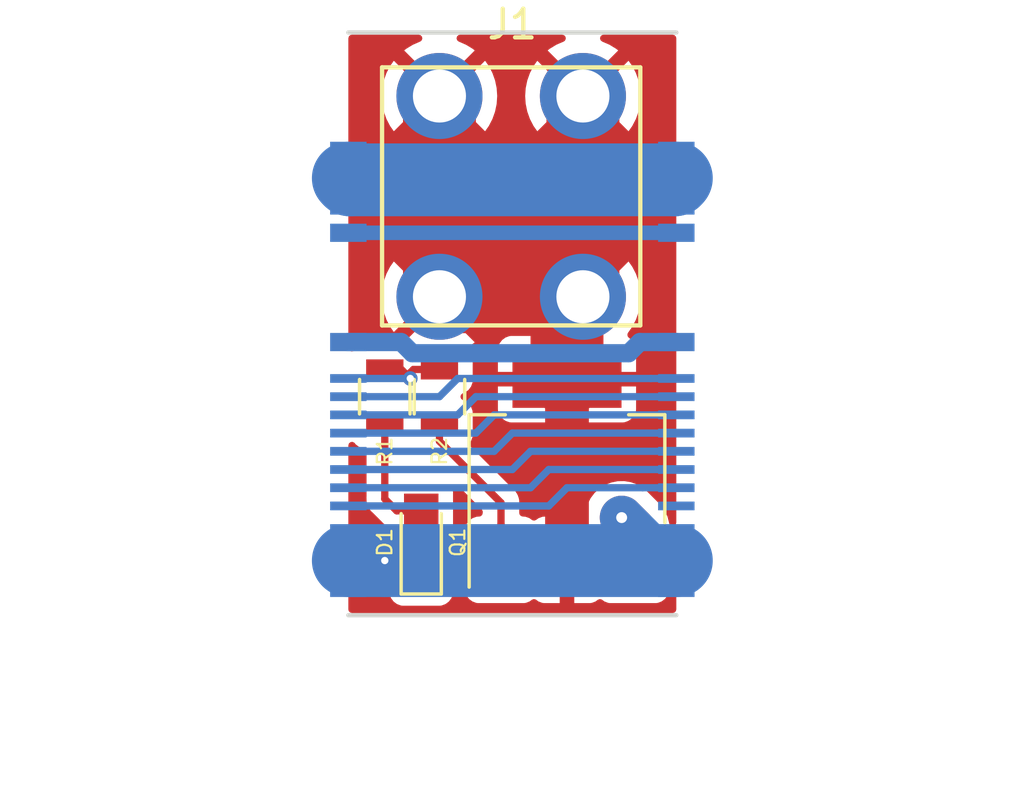
<source format=kicad_pcb>
(kicad_pcb (version 20221018) (generator pcbnew)
  (layers (0 "F.Cu" signal) (31 "B.Cu" signal) (34 "B.Paste" user) (35 "F.Paste" user) (36 "B.SilkS" user "B.Silkscreen") (37 "F.SilkS" user "F.Silkscreen") (38 "B.Mask" user) (39 "F.Mask" user) (44 "Edge.Cuts" user))
  (net 0 "")
  (net 1 "Net-(X1-Pad6)")
  (net 2 "Net-(X1-Pad7)")
  (net 3 "Net-(X1-Pad8)")
  (net 4 "Net-(X1-Pad9)")
  (net 5 "Net-(X1-Pad10)")
  (net 6 "Net-(X1-Pad11)")
  (net 7 "Net-(D1-Pad2)")
  (net 8 "GND")
  (net 9 "Net-(J1-Pad1)")
  (net 10 "Net-(Q1-Pad1)")
  (net 11 "Net-(R1-Pad2)")
  (net 12 "+12V")
  (net 13 "/LIN")
  (net 14 "Net-(X1-Pad4)")
  (net 15 "Net-(X1-Pad12)")
  (footprint "interface:interface" (layer "F.Cu") (at 140.335 63.5)
    (fp_text reference "X1" hide)
    (fp_text value "interface" hide)
    (pad "1" smd rect (at 0 4.445) (size 1.27 2.54) (layers "B.Cu") (net 12 "+12V"))
    (pad "2" smd rect (at 0 17.78) (size 1.27 2.54) (layers "B.Cu") (net 8 "GND"))
    (pad "3" smd rect (at 0 6.35) (size 1.27 0.635) (layers "B.Cu") (net 13 "/LIN"))
    (pad "4" smd rect (at 0 10.16) (size 1.27 0.635) (layers "B.Cu") (net 14 "Net-(X1-Pad4)"))
    (pad "5" smd rect (at 0 11.43) (size 1.27 0.3048) (layers "B.Cu") (net 11 "Net-(R1-Pad2)"))
    (pad "6" smd rect (at 0 12.065) (size 1.27 0.3048) (layers "B.Cu") (net 1 "Net-(X1-Pad6)"))
    (pad "7" smd rect (at 0 12.7) (size 1.27 0.3048) (layers "B.Cu") (net 2 "Net-(X1-Pad7)"))
    (pad "8" smd rect (at 0 13.335) (size 1.27 0.3048) (layers "B.Cu") (net 3 "Net-(X1-Pad8)"))
    (pad "9" smd rect (at 0 13.97) (size 1.27 0.3048) (layers "B.Cu") (net 4 "Net-(X1-Pad9)"))
    (pad "10" smd rect (at 0 14.605) (size 1.27 0.3048) (layers "B.Cu") (net 5 "Net-(X1-Pad10)"))
    (pad "11" smd rect (at 0 15.24) (size 1.27 0.3048) (layers "B.Cu") (net 6 "Net-(X1-Pad11)"))
    (pad "12" smd rect (at 0 15.875) (size 1.27 0.3048) (layers "B.Cu") (net 15 "Net-(X1-Pad12)"))
  )
  (footprint "interface:interface" (layer "F.Cu") (at 151.765 63.5)
    (fp_text reference "X2" hide)
    (fp_text value "interface" hide)
    (pad "1" smd rect (at 0 4.445) (size 1.27 2.54) (layers "B.Cu") (net 12 "+12V"))
    (pad "2" smd rect (at 0 17.78) (size 1.27 2.54) (layers "B.Cu") (net 8 "GND"))
    (pad "3" smd rect (at 0 6.35) (size 1.27 0.635) (layers "B.Cu") (net 13 "/LIN"))
    (pad "4" smd rect (at 0 10.16) (size 1.27 0.635) (layers "B.Cu") (net 14 "Net-(X1-Pad4)"))
    (pad "5" smd rect (at 0 11.43) (size 1.27 0.3048) (layers "B.Cu") (net 1 "Net-(X1-Pad6)"))
    (pad "6" smd rect (at 0 12.065) (size 1.27 0.3048) (layers "B.Cu") (net 2 "Net-(X1-Pad7)"))
    (pad "7" smd rect (at 0 12.7) (size 1.27 0.3048) (layers "B.Cu") (net 3 "Net-(X1-Pad8)"))
    (pad "8" smd rect (at 0 13.335) (size 1.27 0.3048) (layers "B.Cu") (net 4 "Net-(X1-Pad9)"))
    (pad "9" smd rect (at 0 13.97) (size 1.27 0.3048) (layers "B.Cu") (net 5 "Net-(X1-Pad10)"))
    (pad "10" smd rect (at 0 14.605) (size 1.27 0.3048) (layers "B.Cu") (net 6 "Net-(X1-Pad11)"))
    (pad "11" smd rect (at 0 15.24) (size 1.27 0.3048) (layers "B.Cu") (net 15 "Net-(X1-Pad12)"))
    (pad "12" smd rect (at 0 15.875) (size 1.27 0.3048) (layers "B.Cu"))
  )
  (footprint "connectors:TERM_SCREW_M3" (layer "F.Cu") (at 146.01 68.58)
    (fp_text reference "J1" (at 0.04 -6) (layer "F.SilkS"))
    (fp_text value "Screw_Terminal_1x01")
    (fp_line (start -4.5 -4.5) (end 4.5 -4.5) (stroke (width 0.15)) (layer "F.SilkS"))
    (fp_line (start -4.5 4.5) (end -4.5 -4.5) (stroke (width 0.15)) (layer "F.SilkS"))
    (fp_line (start 4.5 -4.5) (end 4.5 4.5) (stroke (width 0.15)) (layer "F.SilkS"))
    (fp_line (start 4.5 4.5) (end -4.5 4.5) (stroke (width 0.15)) (layer "F.SilkS"))
    (pad "1" thru_hole circle (at -2.5 -3.5) (size 3 3) (drill 1.85) (layers "*.Cu" "*.Mask") (net 9 "Net-(J1-Pad1)"))
    (pad "1" thru_hole circle (at -2.5 3.5) (size 3 3) (drill 1.85) (layers "*.Cu" "*.Mask") (net 9 "Net-(J1-Pad1)"))
    (pad "1" thru_hole circle (at 2.5 -3.5) (size 3 3) (drill 1.85) (layers "*.Cu" "*.Mask") (net 9 "Net-(J1-Pad1)"))
    (pad "1" thru_hole circle (at 2.5 3.5) (size 3 3) (drill 1.85) (layers "*.Cu" "*.Mask") (net 9 "Net-(J1-Pad1)"))
  )
  (footprint "TO_SOT_Packages_SMD:SOT-223" (layer "F.Cu") (at 147.955 78.105 90)
    (fp_text reference "Q1" (at -2.54 -3.81 90) (layer "F.SilkS") (effects (font (size 0.508 0.508) (thickness 0.0762))))
    (fp_text value "Q_NMOS_GDSD")
    (fp_line (start -4.1 -3.41) (end 1.91 -3.41) (stroke (width 0.12)) (layer "F.SilkS"))
    (fp_line (start -1.85 3.41) (end 1.91 3.41) (stroke (width 0.12)) (layer "F.SilkS"))
    (fp_line (start 1.91 -3.41) (end 1.91 -2.15) (stroke (width 0.12)) (layer "F.SilkS"))
    (fp_line (start 1.91 3.41) (end 1.91 2.15) (stroke (width 0.12)) (layer "F.SilkS"))
    (pad "1" smd rect (at -3.15 -2.3 90) (size 2 1.5) (layers "F.Cu" "F.Paste" "F.Mask") (net 10 "Net-(Q1-Pad1)"))
    (pad "2" smd rect (at -3.15 0 90) (size 2 1.5) (layers "F.Cu" "F.Paste" "F.Mask") (net 9 "Net-(J1-Pad1)"))
    (pad "3" smd rect (at -3.15 2.3 90) (size 2 1.5) (layers "F.Cu" "F.Paste" "F.Mask") (net 8 "GND"))
    (pad "4" smd rect (at 3.15 0 90) (size 2 3.8) (layers "F.Cu" "F.Paste" "F.Mask") (net 9 "Net-(J1-Pad1)"))
  )
  (footprint "LEDs:LED_0805" (layer "F.Cu") (at 142.875 80.645 90)
    (fp_text reference "D1" (at 0 -1.27 90) (layer "F.SilkS") (effects (font (size 0.508 0.508) (thickness 0.0762))))
    (fp_text value "LITEON-LTST-C170KGKT")
    (fp_line (start -1.8 -0.7) (end -1.8 0.7) (stroke (width 0.12)) (layer "F.SilkS"))
    (fp_line (start -1.8 -0.7) (end 1 -0.7) (stroke (width 0.12)) (layer "F.SilkS"))
    (fp_line (start -1.8 0.7) (end 1 0.7) (stroke (width 0.12)) (layer "F.SilkS"))
    (pad "1" smd rect (at -1.1 0 270) (size 1.2 1.2) (layers "F.Cu" "F.Paste" "F.Mask") (net 8 "GND"))
    (pad "2" smd rect (at 1.1 0 270) (size 1.2 1.2) (layers "F.Cu" "F.Paste" "F.Mask") (net 7 "Net-(D1-Pad2)"))
  )
  (footprint "Resistors_SMD:R_0805" (layer "F.Cu") (at 141.605 75.565 90)
    (fp_text reference "R1" (at -1.905 0 90) (layer "F.SilkS") (effects (font (size 0.508 0.508) (thickness 0.0762))))
    (fp_text value "150")
    (fp_line (start -0.6 -0.88) (end 0.6 -0.88) (stroke (width 0.12)) (layer "F.SilkS"))
    (fp_line (start 0.6 0.88) (end -0.6 0.88) (stroke (width 0.12)) (layer "F.SilkS"))
    (pad "1" smd rect (at -0.95 0 90) (size 0.7 1.3) (layers "F.Cu" "F.Paste" "F.Mask") (net 7 "Net-(D1-Pad2)"))
    (pad "2" smd rect (at 0.95 0 90) (size 0.7 1.3) (layers "F.Cu" "F.Paste" "F.Mask") (net 11 "Net-(R1-Pad2)"))
  )
  (footprint "Resistors_SMD:R_0805" (layer "F.Cu") (at 143.51 75.565 90)
    (fp_text reference "R2" (at -1.905 0 90) (layer "F.SilkS") (effects (font (size 0.508 0.508) (thickness 0.0762))))
    (fp_text value "150")
    (fp_line (start -0.6 -0.88) (end 0.6 -0.88) (stroke (width 0.12)) (layer "F.SilkS"))
    (fp_line (start 0.6 0.88) (end -0.6 0.88) (stroke (width 0.12)) (layer "F.SilkS"))
    (pad "1" smd rect (at -0.95 0 90) (size 0.7 1.3) (layers "F.Cu" "F.Paste" "F.Mask") (net 10 "Net-(Q1-Pad1)"))
    (pad "2" smd rect (at 0.95 0 90) (size 0.7 1.3) (layers "F.Cu" "F.Paste" "F.Mask") (net 11 "Net-(R1-Pad2)"))
  )
  (gr_line (start 151.765 83.185) (end 140.335 83.185) (stroke (width 0.15)) (layer "Edge.Cuts"))
  (gr_line (start 140.335 62.865) (end 151.765 62.865) (stroke (width 0.15)) (layer "Edge.Cuts"))
  (segment (start 150.876 74.93) (end 151.765 74.93) (width 0.254) (layer "B.Cu") (net 1))
  (segment (start 140.335 75.565) (end 143.51 75.565) (width 0.254) (layer "B.Cu") (net 1))
  (segment (start 144.145 74.93) (end 150.876 74.93) (width 0.254) (layer "B.Cu") (net 1))
  (segment (start 143.51 75.565) (end 144.145 74.93) (width 0.254) (layer "B.Cu") (net 1))
  (segment (start 151.765 75.565) (end 144.78 75.565) (width 0.254) (layer "B.Cu") (net 2))
  (segment (start 144.78 75.565) (end 144.145 76.2) (width 0.254) (layer "B.Cu") (net 2))
  (segment (start 144.145 76.2) (end 140.335 76.2) (width 0.254) (layer "B.Cu") (net 2))
  (segment (start 144.78 76.835) (end 145.415 76.2) (width 0.254) (layer "B.Cu") (net 3))
  (segment (start 145.415 76.2) (end 151.765 76.2) (width 0.254) (layer "B.Cu") (net 3))
  (segment (start 140.335 76.835) (end 144.78 76.835) (width 0.254) (layer "B.Cu") (net 3))
  (segment (start 145.415 77.47) (end 140.335 77.47) (width 0.254) (layer "B.Cu") (net 4))
  (segment (start 151.765 76.835) (end 146.05 76.835) (width 0.254) (layer "B.Cu") (net 4))
  (segment (start 146.05 76.835) (end 145.415 77.47) (width 0.254) (layer "B.Cu") (net 4))
  (segment (start 140.335 78.105) (end 146.05 78.105) (width 0.254) (layer "B.Cu") (net 5))
  (segment (start 146.685 77.47) (end 151.765 77.47) (width 0.254) (layer "B.Cu") (net 5))
  (segment (start 146.05 78.105) (end 146.685 77.47) (width 0.254) (layer "B.Cu") (net 5))
  (segment (start 146.685 78.74) (end 140.335 78.74) (width 0.254) (layer "B.Cu") (net 6))
  (segment (start 147.32 78.105) (end 146.685 78.74) (width 0.254) (layer "B.Cu") (net 6))
  (segment (start 151.765 78.105) (end 147.32 78.105) (width 0.254) (layer "B.Cu") (net 6))
  (segment (start 141.605 76.515) (end 141.605 79.129) (width 0.254) (layer "F.Cu") (net 7))
  (segment (start 142.021 79.545) (end 142.875 79.545) (width 0.254) (layer "F.Cu") (net 7))
  (segment (start 141.605 79.129) (end 142.021 79.545) (width 0.254) (layer "F.Cu") (net 7))
  (segment (start 150.255 81.255) (end 150.255 80.17641) (width 1.524) (layer "F.Cu") (net 8))
  (segment (start 142.875 81.745) (end 142.07 81.745) (width 0.254) (layer "F.Cu") (net 8))
  (segment (start 142.07 81.745) (end 141.605 81.28) (width 0.254) (layer "F.Cu") (net 8))
  (segment (start 150.255 80.17641) (end 149.86 79.78141) (width 1.524) (layer "F.Cu") (net 8))
  (via (at 141.605 81.28) (size 0.508) (drill 0.254) (layers "F.Cu" "B.Cu") (net 8))
  (via (at 149.86 79.78141) (size 0.762) (drill 0.381) (layers "F.Cu" "B.Cu") (net 8))
  (segment (start 151.765 81.28) (end 151.35859 81.28) (width 1.524) (layer "B.Cu") (net 8))
  (segment (start 151.35859 81.28) (end 149.86 79.78141) (width 1.524) (layer "B.Cu") (net 8))
  (segment (start 141.605 81.28) (end 140.335 81.28) (width 2.54) (layer "B.Cu") (net 8))
  (segment (start 151.765 81.28) (end 141.605 81.28) (width 2.54) (layer "B.Cu") (net 8))
  (segment (start 143.51 72.08) (end 148.51 72.08) (width 2.54) (layer "F.Cu") (net 9))
  (segment (start 143.51 72.08) (end 143.51 65.08) (width 2.54) (layer "F.Cu") (net 9))
  (segment (start 148.51 65.08) (end 148.51 72.08) (width 2.54) (layer "F.Cu") (net 9))
  (segment (start 147.955 74.955) (end 147.955 81.255) (width 1.524) (layer "F.Cu") (net 9))
  (segment (start 147.955 74.955) (end 147.955 72.635) (width 2.54) (layer "F.Cu") (net 9))
  (segment (start 147.955 72.635) (end 148.51 72.08) (width 2.54) (layer "F.Cu") (net 9))
  (segment (start 143.51 77.119) (end 145.655 79.264) (width 0.254) (layer "F.Cu") (net 10))
  (segment (start 145.655 80.001) (end 145.655 81.255) (width 0.254) (layer "F.Cu") (net 10))
  (segment (start 143.51 76.515) (end 143.51 77.119) (width 0.254) (layer "F.Cu") (net 10))
  (segment (start 145.655 79.264) (end 145.655 80.001) (width 0.254) (layer "F.Cu") (net 10))
  (segment (start 141.605 74.615) (end 142.179 74.615) (width 0.254) (layer "F.Cu") (net 11))
  (segment (start 142.179 74.615) (end 142.240001 74.676001) (width 0.254) (layer "F.Cu") (net 11))
  (segment (start 142.240001 74.676001) (end 142.494 74.93) (width 0.254) (layer "F.Cu") (net 11))
  (segment (start 142.494 74.727) (end 142.494 74.93) (width 0.254) (layer "F.Cu") (net 11))
  (segment (start 142.606 74.615) (end 142.494 74.727) (width 0.254) (layer "F.Cu") (net 11))
  (segment (start 143.51 74.615) (end 142.606 74.615) (width 0.254) (layer "F.Cu") (net 11))
  (via (at 142.494 74.93) (size 0.508) (drill 0.254) (layers "F.Cu" "B.Cu") (net 11))
  (segment (start 140.335 74.93) (end 140.97 74.93) (width 0.254) (layer "B.Cu") (net 11))
  (segment (start 140.335 74.93) (end 142.494 74.93) (width 0.254) (layer "B.Cu") (net 11))
  (segment (start 151.765 67.945) (end 151.707599 68.002401) (width 2.54) (layer "B.Cu") (net 12))
  (segment (start 140.392401 68.002401) (end 140.335 67.945) (width 2.54) (layer "B.Cu") (net 12))
  (segment (start 151.707599 68.002401) (end 140.392401 68.002401) (width 2.54) (layer "B.Cu") (net 12))
  (segment (start 140.335 69.85) (end 151.765 69.85) (width 0.508) (layer "B.Cu") (net 13))
  (segment (start 150.495 73.66) (end 151.765 73.66) (width 0.635) (layer "B.Cu") (net 14))
  (segment (start 142.564447 74.049901) (end 150.105099 74.049901) (width 0.635) (layer "B.Cu") (net 14))
  (segment (start 142.174546 73.66) (end 142.564447 74.049901) (width 0.635) (layer "B.Cu") (net 14))
  (segment (start 150.105099 74.049901) (end 150.495 73.66) (width 0.635) (layer "B.Cu") (net 14))
  (segment (start 140.335 73.66) (end 142.174546 73.66) (width 0.635) (layer "B.Cu") (net 14))
  (segment (start 147.955 78.74) (end 150.59152 78.74) (width 0.254) (layer "B.Cu") (net 15))
  (segment (start 140.335 79.375) (end 147.32 79.375) (width 0.254) (layer "B.Cu") (net 15))
  (segment (start 150.59152 78.74) (end 151.765 78.74) (width 0.254) (layer "B.Cu") (net 15))
  (segment (start 147.32 79.375) (end 147.955 78.74) (width 0.254) (layer "B.Cu") (net 15))
  (zone (net 9) (net_name "Net-(J1-Pad1)") (layer "F.Cu") (connect_pads (clearance 0.508)) (min_thickness 0.254) (fill yes (thermal_gap 0.508) (thermal_bridge_width 0.508))
    (polygon (pts (xy 140.335 62.865) (xy 151.765 62.865) (xy 151.765 83.185) (xy 140.335 83.185)))
  )
)
</source>
